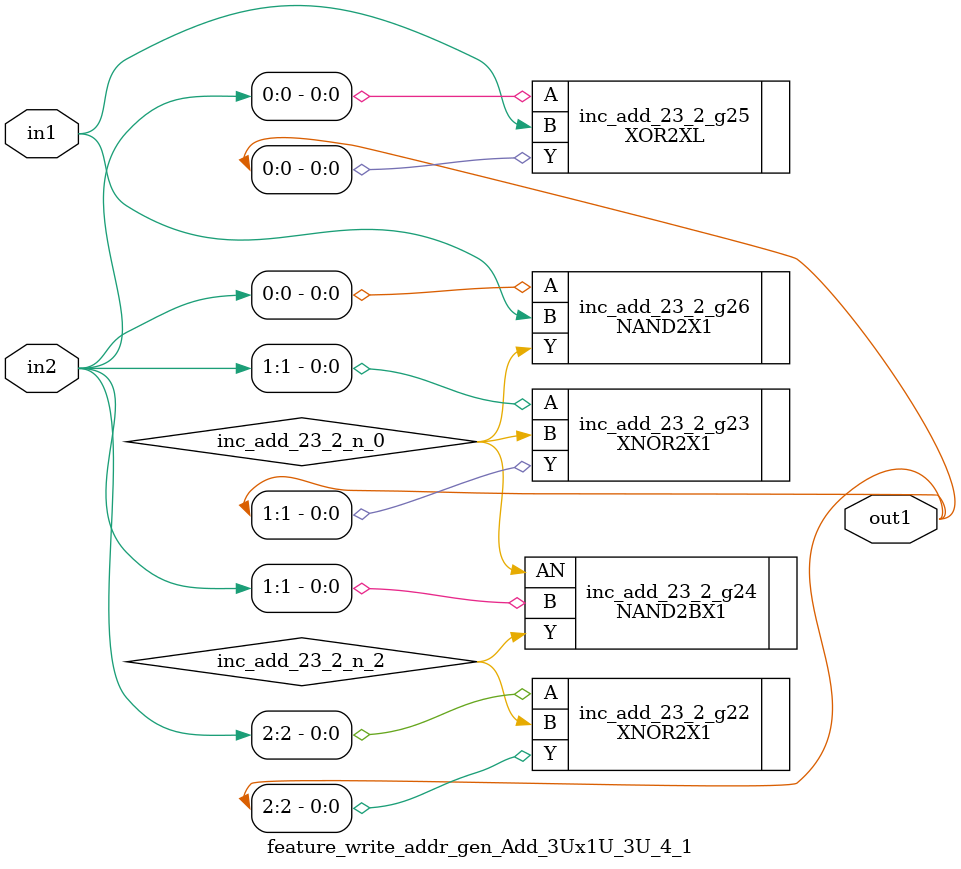
<source format=v>
`timescale 1ps / 1ps


module feature_write_addr_gen_Add_3Ux1U_3U_4_1(in2, in1, out1);
  input [2:0] in2;
  input in1;
  output [2:0] out1;
  wire [2:0] in2;
  wire in1;
  wire [2:0] out1;
  wire inc_add_23_2_n_0, inc_add_23_2_n_2;
  XNOR2X1 inc_add_23_2_g22(.A (in2[2]), .B (inc_add_23_2_n_2), .Y
       (out1[2]));
  XNOR2X1 inc_add_23_2_g23(.A (in2[1]), .B (inc_add_23_2_n_0), .Y
       (out1[1]));
  NAND2BX1 inc_add_23_2_g24(.AN (inc_add_23_2_n_0), .B (in2[1]), .Y
       (inc_add_23_2_n_2));
  XOR2XL inc_add_23_2_g25(.A (in2[0]), .B (in1), .Y (out1[0]));
  NAND2X1 inc_add_23_2_g26(.A (in2[0]), .B (in1), .Y
       (inc_add_23_2_n_0));
endmodule



</source>
